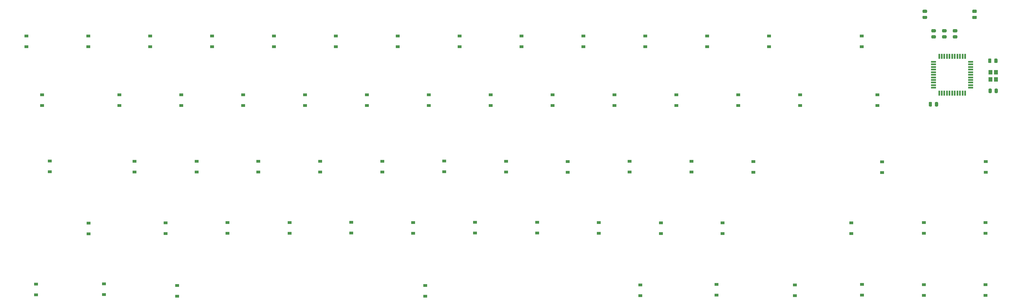
<source format=gbp>
%TF.GenerationSoftware,KiCad,Pcbnew,(5.1.6)-1*%
%TF.CreationDate,2020-07-27T20:44:56-04:00*%
%TF.ProjectId,keyboard,6b657962-6f61-4726-942e-6b696361645f,rev?*%
%TF.SameCoordinates,Original*%
%TF.FileFunction,Paste,Bot*%
%TF.FilePolarity,Positive*%
%FSLAX46Y46*%
G04 Gerber Fmt 4.6, Leading zero omitted, Abs format (unit mm)*
G04 Created by KiCad (PCBNEW (5.1.6)-1) date 2020-07-27 20:44:56*
%MOMM*%
%LPD*%
G01*
G04 APERTURE LIST*
%ADD10R,1.200000X1.400000*%
%ADD11R,1.500000X0.550000*%
%ADD12R,0.550000X1.500000*%
%ADD13R,1.200000X0.900000*%
G04 APERTURE END LIST*
D10*
%TO.C,Y1*%
X355854000Y-120650000D03*
X355854000Y-118450000D03*
X354154000Y-118450000D03*
X354154000Y-120650000D03*
%TD*%
D11*
%TO.C,U1*%
X336692000Y-115253000D03*
X336692000Y-116053000D03*
X336692000Y-116853000D03*
X336692000Y-117653000D03*
X336692000Y-118453000D03*
X336692000Y-119253000D03*
X336692000Y-120053000D03*
X336692000Y-120853000D03*
X336692000Y-121653000D03*
X336692000Y-122453000D03*
X336692000Y-123253000D03*
D12*
X338392000Y-124953000D03*
X339192000Y-124953000D03*
X339992000Y-124953000D03*
X340792000Y-124953000D03*
X341592000Y-124953000D03*
X342392000Y-124953000D03*
X343192000Y-124953000D03*
X343992000Y-124953000D03*
X344792000Y-124953000D03*
X345592000Y-124953000D03*
X346392000Y-124953000D03*
D11*
X348092000Y-123253000D03*
X348092000Y-122453000D03*
X348092000Y-121653000D03*
X348092000Y-120853000D03*
X348092000Y-120053000D03*
X348092000Y-119253000D03*
X348092000Y-118453000D03*
X348092000Y-117653000D03*
X348092000Y-116853000D03*
X348092000Y-116053000D03*
X348092000Y-115253000D03*
D12*
X346392000Y-113553000D03*
X345592000Y-113553000D03*
X344792000Y-113553000D03*
X343992000Y-113553000D03*
X343192000Y-113553000D03*
X342392000Y-113553000D03*
X341592000Y-113553000D03*
X340792000Y-113553000D03*
X339992000Y-113553000D03*
X339192000Y-113553000D03*
X338392000Y-113553000D03*
%TD*%
%TO.C,R6*%
G36*
G01*
X349738000Y-100180750D02*
X348825500Y-100180750D01*
G75*
G02*
X348581750Y-99937000I0J243750D01*
G01*
X348581750Y-99449500D01*
G75*
G02*
X348825500Y-99205750I243750J0D01*
G01*
X349738000Y-99205750D01*
G75*
G02*
X349981750Y-99449500I0J-243750D01*
G01*
X349981750Y-99937000D01*
G75*
G02*
X349738000Y-100180750I-243750J0D01*
G01*
G37*
G36*
G01*
X349738000Y-102055750D02*
X348825500Y-102055750D01*
G75*
G02*
X348581750Y-101812000I0J243750D01*
G01*
X348581750Y-101324500D01*
G75*
G02*
X348825500Y-101080750I243750J0D01*
G01*
X349738000Y-101080750D01*
G75*
G02*
X349981750Y-101324500I0J-243750D01*
G01*
X349981750Y-101812000D01*
G75*
G02*
X349738000Y-102055750I-243750J0D01*
G01*
G37*
%TD*%
%TO.C,R5*%
G36*
G01*
X333522000Y-101080750D02*
X334434500Y-101080750D01*
G75*
G02*
X334678250Y-101324500I0J-243750D01*
G01*
X334678250Y-101812000D01*
G75*
G02*
X334434500Y-102055750I-243750J0D01*
G01*
X333522000Y-102055750D01*
G75*
G02*
X333278250Y-101812000I0J243750D01*
G01*
X333278250Y-101324500D01*
G75*
G02*
X333522000Y-101080750I243750J0D01*
G01*
G37*
G36*
G01*
X333522000Y-99205750D02*
X334434500Y-99205750D01*
G75*
G02*
X334678250Y-99449500I0J-243750D01*
G01*
X334678250Y-99937000D01*
G75*
G02*
X334434500Y-100180750I-243750J0D01*
G01*
X333522000Y-100180750D01*
G75*
G02*
X333278250Y-99937000I0J243750D01*
G01*
X333278250Y-99449500D01*
G75*
G02*
X333522000Y-99205750I243750J0D01*
G01*
G37*
%TD*%
%TO.C,R1*%
G36*
G01*
X337078500Y-128777050D02*
X337078500Y-127864550D01*
G75*
G02*
X337322250Y-127620800I243750J0D01*
G01*
X337809750Y-127620800D01*
G75*
G02*
X338053500Y-127864550I0J-243750D01*
G01*
X338053500Y-128777050D01*
G75*
G02*
X337809750Y-129020800I-243750J0D01*
G01*
X337322250Y-129020800D01*
G75*
G02*
X337078500Y-128777050I0J243750D01*
G01*
G37*
G36*
G01*
X335203500Y-128777050D02*
X335203500Y-127864550D01*
G75*
G02*
X335447250Y-127620800I243750J0D01*
G01*
X335934750Y-127620800D01*
G75*
G02*
X336178500Y-127864550I0J-243750D01*
G01*
X336178500Y-128777050D01*
G75*
G02*
X335934750Y-129020800I-243750J0D01*
G01*
X335447250Y-129020800D01*
G75*
G02*
X335203500Y-128777050I0J243750D01*
G01*
G37*
%TD*%
%TO.C,D69*%
G36*
G01*
X336220750Y-107081500D02*
X337133250Y-107081500D01*
G75*
G02*
X337377000Y-107325250I0J-243750D01*
G01*
X337377000Y-107812750D01*
G75*
G02*
X337133250Y-108056500I-243750J0D01*
G01*
X336220750Y-108056500D01*
G75*
G02*
X335977000Y-107812750I0J243750D01*
G01*
X335977000Y-107325250D01*
G75*
G02*
X336220750Y-107081500I243750J0D01*
G01*
G37*
G36*
G01*
X336220750Y-105206500D02*
X337133250Y-105206500D01*
G75*
G02*
X337377000Y-105450250I0J-243750D01*
G01*
X337377000Y-105937750D01*
G75*
G02*
X337133250Y-106181500I-243750J0D01*
G01*
X336220750Y-106181500D01*
G75*
G02*
X335977000Y-105937750I0J243750D01*
G01*
X335977000Y-105450250D01*
G75*
G02*
X336220750Y-105206500I243750J0D01*
G01*
G37*
%TD*%
%TO.C,D68*%
G36*
G01*
X339522750Y-107081500D02*
X340435250Y-107081500D01*
G75*
G02*
X340679000Y-107325250I0J-243750D01*
G01*
X340679000Y-107812750D01*
G75*
G02*
X340435250Y-108056500I-243750J0D01*
G01*
X339522750Y-108056500D01*
G75*
G02*
X339279000Y-107812750I0J243750D01*
G01*
X339279000Y-107325250D01*
G75*
G02*
X339522750Y-107081500I243750J0D01*
G01*
G37*
G36*
G01*
X339522750Y-105206500D02*
X340435250Y-105206500D01*
G75*
G02*
X340679000Y-105450250I0J-243750D01*
G01*
X340679000Y-105937750D01*
G75*
G02*
X340435250Y-106181500I-243750J0D01*
G01*
X339522750Y-106181500D01*
G75*
G02*
X339279000Y-105937750I0J243750D01*
G01*
X339279000Y-105450250D01*
G75*
G02*
X339522750Y-105206500I243750J0D01*
G01*
G37*
%TD*%
D13*
%TO.C,D66*%
X352679000Y-187198000D03*
X352679000Y-183898000D03*
%TD*%
%TO.C,D65*%
X333654400Y-187248800D03*
X333654400Y-183948800D03*
%TD*%
%TO.C,D64*%
X314629800Y-187172600D03*
X314629800Y-183872600D03*
%TD*%
%TO.C,D63*%
X293979600Y-187325000D03*
X293979600Y-184025000D03*
%TD*%
%TO.C,D62*%
X269849600Y-187172600D03*
X269849600Y-183872600D03*
%TD*%
%TO.C,D61*%
X246430800Y-187350400D03*
X246430800Y-184050400D03*
%TD*%
%TO.C,D60*%
X180213000Y-187450000D03*
X180213000Y-184150000D03*
%TD*%
%TO.C,D59*%
X103860600Y-187502800D03*
X103860600Y-184202800D03*
%TD*%
%TO.C,D58*%
X81280000Y-186944000D03*
X81280000Y-183644000D03*
%TD*%
%TO.C,D57*%
X60426600Y-187020200D03*
X60426600Y-183720200D03*
%TD*%
%TO.C,D56*%
X352653600Y-168122600D03*
X352653600Y-164822600D03*
%TD*%
%TO.C,D55*%
X333654400Y-168097200D03*
X333654400Y-164797200D03*
%TD*%
%TO.C,D54*%
X311353200Y-168198800D03*
X311353200Y-164898800D03*
%TD*%
%TO.C,D53*%
X271729200Y-168173400D03*
X271729200Y-164873400D03*
%TD*%
%TO.C,D52*%
X252730000Y-168198800D03*
X252730000Y-164898800D03*
%TD*%
%TO.C,D51*%
X233629200Y-168122600D03*
X233629200Y-164822600D03*
%TD*%
%TO.C,D50*%
X214630000Y-168021000D03*
X214630000Y-164721000D03*
%TD*%
%TO.C,D49*%
X195554600Y-168046400D03*
X195554600Y-164746400D03*
%TD*%
%TO.C,D48*%
X176504600Y-168071800D03*
X176504600Y-164771800D03*
%TD*%
%TO.C,D47*%
X157454600Y-167970200D03*
X157454600Y-164670200D03*
%TD*%
%TO.C,D46*%
X138430000Y-168097200D03*
X138430000Y-164797200D03*
%TD*%
%TO.C,D45*%
X119329200Y-168097200D03*
X119329200Y-164797200D03*
%TD*%
%TO.C,D44*%
X100304600Y-168173400D03*
X100304600Y-164873400D03*
%TD*%
%TO.C,D43*%
X76555600Y-168300400D03*
X76555600Y-165000400D03*
%TD*%
%TO.C,D42*%
X352704400Y-149273800D03*
X352704400Y-145973800D03*
%TD*%
%TO.C,D41*%
X320802000Y-149377400D03*
X320802000Y-146077400D03*
%TD*%
%TO.C,D40*%
X281228800Y-149273800D03*
X281228800Y-145973800D03*
%TD*%
%TO.C,D39*%
X262178800Y-149250400D03*
X262178800Y-145950400D03*
%TD*%
%TO.C,D38*%
X243128800Y-149250400D03*
X243128800Y-145950400D03*
%TD*%
%TO.C,D37*%
X224053400Y-149275800D03*
X224053400Y-145975800D03*
%TD*%
%TO.C,D36*%
X205079600Y-149199600D03*
X205079600Y-145899600D03*
%TD*%
%TO.C,D35*%
X186004200Y-149098000D03*
X186004200Y-145798000D03*
%TD*%
%TO.C,D34*%
X166954200Y-149250400D03*
X166954200Y-145950400D03*
%TD*%
%TO.C,D33*%
X147878800Y-149225000D03*
X147878800Y-145925000D03*
%TD*%
%TO.C,D32*%
X128828800Y-149250400D03*
X128828800Y-145950400D03*
%TD*%
%TO.C,D31*%
X109804200Y-149199600D03*
X109804200Y-145899600D03*
%TD*%
%TO.C,D30*%
X90728800Y-149174200D03*
X90728800Y-145874200D03*
%TD*%
%TO.C,D29*%
X64592200Y-149098000D03*
X64592200Y-145798000D03*
%TD*%
%TO.C,D28*%
X319405000Y-128714500D03*
X319405000Y-125414500D03*
%TD*%
%TO.C,D27*%
X295592500Y-128714500D03*
X295592500Y-125414500D03*
%TD*%
%TO.C,D26*%
X276542500Y-128714500D03*
X276542500Y-125414500D03*
%TD*%
%TO.C,D25*%
X257492500Y-128714500D03*
X257492500Y-125414500D03*
%TD*%
%TO.C,D24*%
X238442500Y-128714500D03*
X238442500Y-125414500D03*
%TD*%
%TO.C,D23*%
X219392500Y-128714500D03*
X219392500Y-125414500D03*
%TD*%
%TO.C,D22*%
X200342500Y-128714500D03*
X200342500Y-125414500D03*
%TD*%
%TO.C,D21*%
X181292500Y-128714500D03*
X181292500Y-125414500D03*
%TD*%
%TO.C,D20*%
X162242500Y-128713500D03*
X162242500Y-125413500D03*
%TD*%
%TO.C,D19*%
X143205200Y-128726200D03*
X143205200Y-125426200D03*
%TD*%
%TO.C,D18*%
X124129800Y-128726200D03*
X124129800Y-125426200D03*
%TD*%
%TO.C,D17*%
X105079800Y-128701800D03*
X105079800Y-125401800D03*
%TD*%
%TO.C,D16*%
X86055200Y-128700800D03*
X86055200Y-125400800D03*
%TD*%
%TO.C,D15*%
X62255400Y-128701800D03*
X62255400Y-125401800D03*
%TD*%
%TO.C,D14*%
X314579000Y-110617000D03*
X314579000Y-107317000D03*
%TD*%
%TO.C,D13*%
X286004000Y-110617000D03*
X286004000Y-107317000D03*
%TD*%
%TO.C,D12*%
X266954000Y-110617000D03*
X266954000Y-107317000D03*
%TD*%
%TO.C,D11*%
X247904000Y-110617000D03*
X247904000Y-107317000D03*
%TD*%
%TO.C,D10*%
X228854000Y-110617000D03*
X228854000Y-107317000D03*
%TD*%
%TO.C,D9*%
X209804000Y-110617000D03*
X209804000Y-107317000D03*
%TD*%
%TO.C,D8*%
X190754000Y-110617000D03*
X190754000Y-107317000D03*
%TD*%
%TO.C,D7*%
X171704000Y-110617000D03*
X171704000Y-107317000D03*
%TD*%
%TO.C,D6*%
X152654000Y-110617000D03*
X152654000Y-107317000D03*
%TD*%
%TO.C,D5*%
X133604000Y-110617000D03*
X133604000Y-107317000D03*
%TD*%
%TO.C,D4*%
X114554000Y-110617000D03*
X114554000Y-107317000D03*
%TD*%
%TO.C,D3*%
X95504000Y-110617000D03*
X95504000Y-107317000D03*
%TD*%
%TO.C,D2*%
X76454000Y-110616000D03*
X76454000Y-107316000D03*
%TD*%
%TO.C,D1*%
X57404000Y-110617000D03*
X57404000Y-107317000D03*
%TD*%
%TO.C,C8*%
G36*
G01*
X354466500Y-114478750D02*
X354466500Y-115391250D01*
G75*
G02*
X354222750Y-115635000I-243750J0D01*
G01*
X353735250Y-115635000D01*
G75*
G02*
X353491500Y-115391250I0J243750D01*
G01*
X353491500Y-114478750D01*
G75*
G02*
X353735250Y-114235000I243750J0D01*
G01*
X354222750Y-114235000D01*
G75*
G02*
X354466500Y-114478750I0J-243750D01*
G01*
G37*
G36*
G01*
X356341500Y-114478750D02*
X356341500Y-115391250D01*
G75*
G02*
X356097750Y-115635000I-243750J0D01*
G01*
X355610250Y-115635000D01*
G75*
G02*
X355366500Y-115391250I0J243750D01*
G01*
X355366500Y-114478750D01*
G75*
G02*
X355610250Y-114235000I243750J0D01*
G01*
X356097750Y-114235000D01*
G75*
G02*
X356341500Y-114478750I0J-243750D01*
G01*
G37*
%TD*%
%TO.C,C7*%
G36*
G01*
X355463500Y-124662250D02*
X355463500Y-123749750D01*
G75*
G02*
X355707250Y-123506000I243750J0D01*
G01*
X356194750Y-123506000D01*
G75*
G02*
X356438500Y-123749750I0J-243750D01*
G01*
X356438500Y-124662250D01*
G75*
G02*
X356194750Y-124906000I-243750J0D01*
G01*
X355707250Y-124906000D01*
G75*
G02*
X355463500Y-124662250I0J243750D01*
G01*
G37*
G36*
G01*
X353588500Y-124662250D02*
X353588500Y-123749750D01*
G75*
G02*
X353832250Y-123506000I243750J0D01*
G01*
X354319750Y-123506000D01*
G75*
G02*
X354563500Y-123749750I0J-243750D01*
G01*
X354563500Y-124662250D01*
G75*
G02*
X354319750Y-124906000I-243750J0D01*
G01*
X353832250Y-124906000D01*
G75*
G02*
X353588500Y-124662250I0J243750D01*
G01*
G37*
%TD*%
%TO.C,C1*%
G36*
G01*
X343737250Y-106181500D02*
X342824750Y-106181500D01*
G75*
G02*
X342581000Y-105937750I0J243750D01*
G01*
X342581000Y-105450250D01*
G75*
G02*
X342824750Y-105206500I243750J0D01*
G01*
X343737250Y-105206500D01*
G75*
G02*
X343981000Y-105450250I0J-243750D01*
G01*
X343981000Y-105937750D01*
G75*
G02*
X343737250Y-106181500I-243750J0D01*
G01*
G37*
G36*
G01*
X343737250Y-108056500D02*
X342824750Y-108056500D01*
G75*
G02*
X342581000Y-107812750I0J243750D01*
G01*
X342581000Y-107325250D01*
G75*
G02*
X342824750Y-107081500I243750J0D01*
G01*
X343737250Y-107081500D01*
G75*
G02*
X343981000Y-107325250I0J-243750D01*
G01*
X343981000Y-107812750D01*
G75*
G02*
X343737250Y-108056500I-243750J0D01*
G01*
G37*
%TD*%
M02*

</source>
